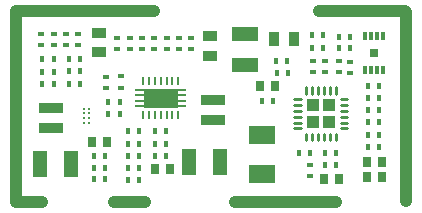
<source format=gbr>
G04 EAGLE Gerber RS-274X export*
G75*
%MOMM*%
%FSLAX34Y34*%
%LPD*%
%INSolderpaste Top*%
%IPPOS*%
%AMOC8*
5,1,8,0,0,1.08239X$1,22.5*%
G01*
%ADD10C,1.000000*%
%ADD11C,1.016000*%
%ADD12R,0.700000X0.850000*%
%ADD13R,0.450000X0.600000*%
%ADD14R,2.300000X1.650000*%
%ADD15R,0.457200X0.609600*%
%ADD16C,0.230000*%
%ADD17R,1.100000X1.100000*%
%ADD18R,0.609600X0.457200*%
%ADD19R,0.450000X0.550000*%
%ADD20R,0.850000X1.300000*%
%ADD21R,0.300000X0.800000*%
%ADD22R,0.660400X0.660400*%
%ADD23R,0.600000X0.450000*%
%ADD24R,1.300000X0.850000*%
%ADD25R,2.000000X0.850000*%
%ADD26R,0.250000X0.700000*%
%ADD27C,0.015800*%
%ADD28R,1.100000X0.200000*%
%ADD29C,0.230000*%
%ADD30R,2.200000X1.250000*%
%ADD31R,1.250000X2.200000*%


D10*
X340000Y194600D02*
X340000Y34000D01*
X10000Y34000D02*
X10000Y194600D01*
D11*
X10000Y33528D02*
X31750Y33528D01*
X92710Y33528D02*
X119380Y33528D01*
X195580Y33528D02*
X280924Y33528D01*
D10*
X126492Y195072D02*
X10000Y195072D01*
X266700Y195072D02*
X339598Y195072D01*
D12*
X307244Y54727D03*
X320244Y54727D03*
D13*
X218158Y119327D03*
X227558Y119327D03*
D12*
X229448Y131519D03*
X216448Y131519D03*
D14*
X218556Y57012D03*
X218556Y90012D03*
D15*
X308008Y101171D03*
X317660Y101171D03*
X317660Y111036D03*
X308008Y111036D03*
D16*
X290534Y95697D02*
X285034Y95697D01*
X285034Y100697D02*
X290534Y100697D01*
X290534Y105697D02*
X285034Y105697D01*
X285034Y110697D02*
X290534Y110697D01*
X290534Y115697D02*
X285034Y115697D01*
X285034Y120697D02*
X290534Y120697D01*
X280534Y125197D02*
X280534Y130697D01*
X275534Y130697D02*
X275534Y125197D01*
X270534Y125197D02*
X270534Y130697D01*
X265534Y130697D02*
X265534Y125197D01*
X260534Y125197D02*
X260534Y130697D01*
X255534Y130697D02*
X255534Y125197D01*
X251034Y120697D02*
X245534Y120697D01*
X245534Y115697D02*
X251034Y115697D01*
X251034Y110697D02*
X245534Y110697D01*
X245534Y105697D02*
X251034Y105697D01*
X251034Y100697D02*
X245534Y100697D01*
X245534Y95697D02*
X251034Y95697D01*
X255534Y91197D02*
X255534Y85697D01*
X260534Y85697D02*
X260534Y91197D01*
X265534Y91197D02*
X265534Y85697D01*
X270534Y85697D02*
X270534Y91197D01*
X275534Y91197D02*
X275534Y85697D01*
X280534Y85697D02*
X280534Y91197D01*
D17*
X261034Y101197D03*
X275034Y101197D03*
X275034Y115197D03*
X261034Y115197D03*
D15*
X317660Y121270D03*
X308008Y121270D03*
X317660Y131562D03*
X308008Y131562D03*
D18*
X271536Y152772D03*
X271536Y143120D03*
X261260Y143120D03*
X261260Y152772D03*
X137583Y172720D03*
X137583Y163068D03*
X147851Y172720D03*
X147851Y163068D03*
X158095Y172720D03*
X158095Y163068D03*
D15*
X317660Y79894D03*
X308008Y79894D03*
X317660Y90270D03*
X308008Y90270D03*
D19*
X258685Y75186D03*
X249285Y75186D03*
D20*
X245225Y171720D03*
X228725Y171720D03*
D19*
X240145Y142972D03*
X230745Y142972D03*
X239637Y152572D03*
X230237Y152572D03*
D13*
X280839Y64582D03*
X271439Y64582D03*
D19*
X280585Y74678D03*
X271185Y74678D03*
D12*
X270375Y53212D03*
X283375Y53212D03*
D21*
X305742Y145622D03*
X310742Y145622D03*
X320742Y145622D03*
X315742Y145622D03*
X305742Y173622D03*
X310742Y173622D03*
X320742Y173622D03*
X315742Y173622D03*
D22*
X313242Y159622D03*
D15*
X283383Y164169D03*
X293035Y164169D03*
D23*
X293017Y142447D03*
X293017Y151847D03*
D13*
X293163Y173553D03*
X283763Y173553D03*
D24*
X80367Y160395D03*
X80367Y176895D03*
D15*
X54610Y154499D03*
X64262Y154499D03*
D18*
X98546Y130161D03*
X98546Y139813D03*
X86396Y139333D03*
X86396Y129681D03*
D15*
X88025Y108366D03*
X97677Y108366D03*
D12*
X74054Y84191D03*
X87054Y84191D03*
D13*
X75856Y72784D03*
X85256Y72784D03*
X75856Y62502D03*
X85256Y62502D03*
D25*
X39373Y112785D03*
X39373Y96185D03*
D15*
X88025Y118464D03*
X97677Y118464D03*
D13*
X75780Y52658D03*
X85180Y52658D03*
D24*
X173836Y157354D03*
X173836Y173854D03*
D18*
X116846Y172720D03*
X116846Y163068D03*
D15*
X114200Y52003D03*
X104548Y52003D03*
X104548Y82865D03*
X114200Y82865D03*
X114200Y62289D03*
X104548Y62289D03*
D12*
X140390Y61411D03*
X127390Y61411D03*
D13*
X137162Y93157D03*
X127762Y93157D03*
X137162Y82865D03*
X127762Y82865D03*
D25*
X176493Y119471D03*
X176493Y102871D03*
D26*
X122394Y107034D03*
X117394Y107034D03*
X142394Y136034D03*
D27*
X146565Y129355D02*
X118223Y129355D01*
X146565Y129355D02*
X146565Y113713D01*
X118223Y113713D01*
X118223Y129355D01*
X118223Y113863D02*
X146565Y113863D01*
X146565Y114013D02*
X118223Y114013D01*
X118223Y114163D02*
X146565Y114163D01*
X146565Y114313D02*
X118223Y114313D01*
X118223Y114463D02*
X146565Y114463D01*
X146565Y114613D02*
X118223Y114613D01*
X118223Y114763D02*
X146565Y114763D01*
X146565Y114913D02*
X118223Y114913D01*
X118223Y115063D02*
X146565Y115063D01*
X146565Y115213D02*
X118223Y115213D01*
X118223Y115363D02*
X146565Y115363D01*
X146565Y115513D02*
X118223Y115513D01*
X118223Y115663D02*
X146565Y115663D01*
X146565Y115813D02*
X118223Y115813D01*
X118223Y115963D02*
X146565Y115963D01*
X146565Y116113D02*
X118223Y116113D01*
X118223Y116263D02*
X146565Y116263D01*
X146565Y116413D02*
X118223Y116413D01*
X118223Y116563D02*
X146565Y116563D01*
X146565Y116713D02*
X118223Y116713D01*
X118223Y116863D02*
X146565Y116863D01*
X146565Y117013D02*
X118223Y117013D01*
X118223Y117163D02*
X146565Y117163D01*
X146565Y117313D02*
X118223Y117313D01*
X118223Y117463D02*
X146565Y117463D01*
X146565Y117613D02*
X118223Y117613D01*
X118223Y117763D02*
X146565Y117763D01*
X146565Y117913D02*
X118223Y117913D01*
X118223Y118063D02*
X146565Y118063D01*
X146565Y118213D02*
X118223Y118213D01*
X118223Y118363D02*
X146565Y118363D01*
X146565Y118513D02*
X118223Y118513D01*
X118223Y118663D02*
X146565Y118663D01*
X146565Y118813D02*
X118223Y118813D01*
X118223Y118963D02*
X146565Y118963D01*
X146565Y119113D02*
X118223Y119113D01*
X118223Y119263D02*
X146565Y119263D01*
X146565Y119413D02*
X118223Y119413D01*
X118223Y119563D02*
X146565Y119563D01*
X146565Y119713D02*
X118223Y119713D01*
X118223Y119863D02*
X146565Y119863D01*
X146565Y120013D02*
X118223Y120013D01*
X118223Y120163D02*
X146565Y120163D01*
X146565Y120313D02*
X118223Y120313D01*
X118223Y120463D02*
X146565Y120463D01*
X146565Y120613D02*
X118223Y120613D01*
X118223Y120763D02*
X146565Y120763D01*
X146565Y120913D02*
X118223Y120913D01*
X118223Y121063D02*
X146565Y121063D01*
X146565Y121213D02*
X118223Y121213D01*
X118223Y121363D02*
X146565Y121363D01*
X146565Y121513D02*
X118223Y121513D01*
X118223Y121663D02*
X146565Y121663D01*
X146565Y121813D02*
X118223Y121813D01*
X118223Y121963D02*
X146565Y121963D01*
X146565Y122113D02*
X118223Y122113D01*
X118223Y122263D02*
X146565Y122263D01*
X146565Y122413D02*
X118223Y122413D01*
X118223Y122563D02*
X146565Y122563D01*
X146565Y122713D02*
X118223Y122713D01*
X118223Y122863D02*
X146565Y122863D01*
X146565Y123013D02*
X118223Y123013D01*
X118223Y123163D02*
X146565Y123163D01*
X146565Y123313D02*
X118223Y123313D01*
X118223Y123463D02*
X146565Y123463D01*
X146565Y123613D02*
X118223Y123613D01*
X118223Y123763D02*
X146565Y123763D01*
X146565Y123913D02*
X118223Y123913D01*
X118223Y124063D02*
X146565Y124063D01*
X146565Y124213D02*
X118223Y124213D01*
X118223Y124363D02*
X146565Y124363D01*
X146565Y124513D02*
X118223Y124513D01*
X118223Y124663D02*
X146565Y124663D01*
X146565Y124813D02*
X118223Y124813D01*
X118223Y124963D02*
X146565Y124963D01*
X146565Y125113D02*
X118223Y125113D01*
X118223Y125263D02*
X146565Y125263D01*
X146565Y125413D02*
X118223Y125413D01*
X118223Y125563D02*
X146565Y125563D01*
X146565Y125713D02*
X118223Y125713D01*
X118223Y125863D02*
X146565Y125863D01*
X146565Y126013D02*
X118223Y126013D01*
X118223Y126163D02*
X146565Y126163D01*
X146565Y126313D02*
X118223Y126313D01*
X118223Y126463D02*
X146565Y126463D01*
X146565Y126613D02*
X118223Y126613D01*
X118223Y126763D02*
X146565Y126763D01*
X146565Y126913D02*
X118223Y126913D01*
X118223Y127063D02*
X146565Y127063D01*
X146565Y127213D02*
X118223Y127213D01*
X118223Y127363D02*
X146565Y127363D01*
X146565Y127513D02*
X118223Y127513D01*
X118223Y127663D02*
X146565Y127663D01*
X146565Y127813D02*
X118223Y127813D01*
X118223Y127963D02*
X146565Y127963D01*
X146565Y128113D02*
X118223Y128113D01*
X118223Y128263D02*
X146565Y128263D01*
X146565Y128413D02*
X118223Y128413D01*
X118223Y128563D02*
X146565Y128563D01*
X146565Y128713D02*
X118223Y128713D01*
X118223Y128863D02*
X146565Y128863D01*
X146565Y129013D02*
X118223Y129013D01*
X118223Y129163D02*
X146565Y129163D01*
X146565Y129313D02*
X118223Y129313D01*
D26*
X127394Y107034D03*
X132394Y107034D03*
X137394Y107034D03*
X142394Y107034D03*
X147394Y107034D03*
X147394Y136034D03*
X137394Y136034D03*
X132394Y136034D03*
X127394Y136034D03*
X122394Y136034D03*
X117394Y136034D03*
D28*
X115894Y128434D03*
X115894Y123834D03*
X115894Y119234D03*
X115894Y114634D03*
X148894Y114634D03*
X148894Y119234D03*
X148894Y123834D03*
X148894Y128434D03*
D15*
X114200Y72515D03*
X104548Y72515D03*
D13*
X137162Y72515D03*
X127762Y72515D03*
D15*
X114200Y93157D03*
X104548Y93157D03*
D18*
X127183Y172720D03*
X127183Y163068D03*
X283695Y152772D03*
X283695Y143120D03*
X52476Y166057D03*
X52476Y175709D03*
X42084Y166057D03*
X42084Y175709D03*
X62793Y166057D03*
X62793Y175709D03*
X31416Y175709D03*
X31416Y166057D03*
D15*
X41969Y143831D03*
X32317Y143831D03*
D29*
X67545Y112616D03*
X71545Y112616D03*
X67545Y108616D03*
X71545Y108616D03*
X67545Y104616D03*
X71545Y104616D03*
X67545Y100616D03*
X71545Y100616D03*
D15*
X32371Y154377D03*
X42023Y154377D03*
X32317Y133580D03*
X41969Y133580D03*
D23*
X259268Y64883D03*
X259268Y55483D03*
D30*
X203708Y149106D03*
X203708Y175506D03*
D31*
X56642Y65278D03*
X30242Y65278D03*
X156218Y67310D03*
X182618Y67310D03*
D12*
X307190Y67310D03*
X320190Y67310D03*
D15*
X54610Y144098D03*
X64262Y144098D03*
X54610Y133684D03*
X64262Y133684D03*
D18*
X106426Y172720D03*
X106426Y163068D03*
X95758Y172720D03*
X95758Y163068D03*
D15*
X270002Y174488D03*
X260350Y174488D03*
X260604Y164169D03*
X270256Y164169D03*
M02*

</source>
